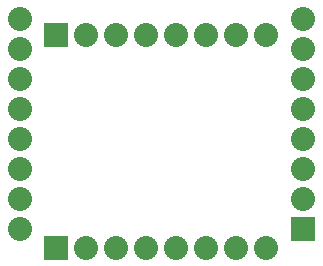
<source format=gbs>
G04 (created by PCBNEW (2013-jul-07)-stable) date Mon 01 Feb 2016 05:42:25 PM PST*
%MOIN*%
G04 Gerber Fmt 3.4, Leading zero omitted, Abs format*
%FSLAX34Y34*%
G01*
G70*
G90*
G04 APERTURE LIST*
%ADD10C,0.00590551*%
%ADD11C,0.08*%
%ADD12R,0.08X0.08*%
G04 APERTURE END LIST*
G54D10*
G54D11*
X40944Y-29569D03*
X40944Y-30569D03*
X40944Y-31569D03*
X40944Y-32569D03*
X40944Y-33569D03*
X40944Y-34569D03*
X40944Y-35569D03*
X40944Y-36569D03*
G54D12*
X50393Y-36569D03*
G54D11*
X50393Y-35569D03*
X50393Y-34569D03*
X50393Y-33569D03*
X50393Y-32569D03*
X50393Y-31569D03*
X50393Y-30569D03*
X50393Y-29569D03*
G54D12*
X42168Y-30117D03*
G54D11*
X43168Y-30117D03*
X44168Y-30117D03*
X45168Y-30117D03*
X46168Y-30117D03*
X47168Y-30117D03*
X48168Y-30117D03*
X49168Y-30117D03*
G54D12*
X42168Y-37205D03*
G54D11*
X43168Y-37205D03*
X44168Y-37205D03*
X45168Y-37205D03*
X46168Y-37205D03*
X47168Y-37205D03*
X48168Y-37205D03*
X49168Y-37205D03*
M02*

</source>
